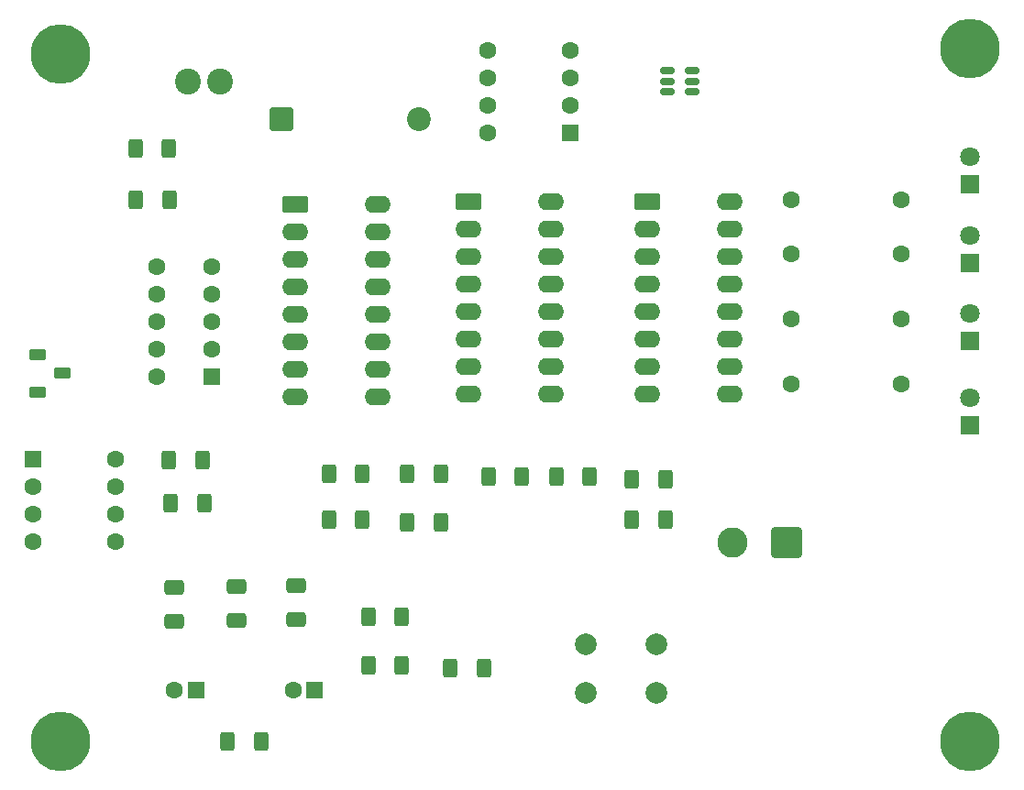
<source format=gbr>
%TF.GenerationSoftware,KiCad,Pcbnew,9.0.3*%
%TF.CreationDate,2025-12-16T09:58:50+01:00*%
%TF.ProjectId,PTP_Ivan_Brajkovic_Project1AAA,5054505f-4976-4616-9e5f-4272616a6b6f,rev?*%
%TF.SameCoordinates,Original*%
%TF.FileFunction,Soldermask,Top*%
%TF.FilePolarity,Negative*%
%FSLAX46Y46*%
G04 Gerber Fmt 4.6, Leading zero omitted, Abs format (unit mm)*
G04 Created by KiCad (PCBNEW 9.0.3) date 2025-12-16 09:58:50*
%MOMM*%
%LPD*%
G01*
G04 APERTURE LIST*
G04 Aperture macros list*
%AMRoundRect*
0 Rectangle with rounded corners*
0 $1 Rounding radius*
0 $2 $3 $4 $5 $6 $7 $8 $9 X,Y pos of 4 corners*
0 Add a 4 corners polygon primitive as box body*
4,1,4,$2,$3,$4,$5,$6,$7,$8,$9,$2,$3,0*
0 Add four circle primitives for the rounded corners*
1,1,$1+$1,$2,$3*
1,1,$1+$1,$4,$5*
1,1,$1+$1,$6,$7*
1,1,$1+$1,$8,$9*
0 Add four rect primitives between the rounded corners*
20,1,$1+$1,$2,$3,$4,$5,0*
20,1,$1+$1,$4,$5,$6,$7,0*
20,1,$1+$1,$6,$7,$8,$9,0*
20,1,$1+$1,$8,$9,$2,$3,0*%
G04 Aperture macros list end*
%ADD10RoundRect,0.250000X-0.400000X-0.625000X0.400000X-0.625000X0.400000X0.625000X-0.400000X0.625000X0*%
%ADD11RoundRect,0.250000X0.400000X0.625000X-0.400000X0.625000X-0.400000X-0.625000X0.400000X-0.625000X0*%
%ADD12RoundRect,0.250000X-0.950000X-0.550000X0.950000X-0.550000X0.950000X0.550000X-0.950000X0.550000X0*%
%ADD13O,2.400000X1.600000*%
%ADD14RoundRect,0.250000X0.550000X0.550000X-0.550000X0.550000X-0.550000X-0.550000X0.550000X-0.550000X0*%
%ADD15C,1.600000*%
%ADD16RoundRect,0.250000X-0.550000X0.250000X-0.550000X-0.250000X0.550000X-0.250000X0.550000X0.250000X0*%
%ADD17R,1.800000X1.800000*%
%ADD18C,1.800000*%
%ADD19C,2.000000*%
%ADD20RoundRect,0.150000X-0.512500X-0.150000X0.512500X-0.150000X0.512500X0.150000X-0.512500X0.150000X0*%
%ADD21RoundRect,0.250001X1.149999X1.149999X-1.149999X1.149999X-1.149999X-1.149999X1.149999X-1.149999X0*%
%ADD22C,2.800000*%
%ADD23RoundRect,0.250000X-0.550000X-0.550000X0.550000X-0.550000X0.550000X0.550000X-0.550000X0.550000X0*%
%ADD24C,5.500000*%
%ADD25RoundRect,0.249999X-0.850001X-0.850001X0.850001X-0.850001X0.850001X0.850001X-0.850001X0.850001X0*%
%ADD26C,2.200000*%
%ADD27RoundRect,0.250000X-0.650000X0.412500X-0.650000X-0.412500X0.650000X-0.412500X0.650000X0.412500X0*%
%ADD28R,1.600000X1.600000*%
%ADD29RoundRect,0.250000X0.650000X-0.412500X0.650000X0.412500X-0.650000X0.412500X-0.650000X-0.412500X0*%
%ADD30C,2.400000*%
G04 APERTURE END LIST*
D10*
%TO.C,R10*%
X146950000Y-78000000D03*
X150050000Y-78000000D03*
%TD*%
D11*
%TO.C,R5*%
X167850000Y-103250000D03*
X164750000Y-103250000D03*
%TD*%
D12*
%TO.C,U3*%
X194190000Y-78110000D03*
D13*
X194190000Y-80650000D03*
X194190000Y-83190000D03*
X194190000Y-85730000D03*
X194190000Y-88270000D03*
X194190000Y-90810000D03*
X194190000Y-93350000D03*
X194190000Y-95890000D03*
X201810000Y-95890000D03*
X201810000Y-93350000D03*
X201810000Y-90810000D03*
X201810000Y-88270000D03*
X201810000Y-85730000D03*
X201810000Y-83190000D03*
X201810000Y-80650000D03*
X201810000Y-78110000D03*
%TD*%
D14*
%TO.C,U1*%
X187055000Y-71810000D03*
D15*
X187055000Y-69270000D03*
X187055000Y-66730000D03*
X187055000Y-64190000D03*
X179435000Y-64190000D03*
X179435000Y-66730000D03*
X179435000Y-69270000D03*
X179435000Y-71810000D03*
%TD*%
D10*
%TO.C,R9*%
X146900000Y-73250000D03*
X150000000Y-73250000D03*
%TD*%
D11*
%TO.C,R18*%
X175100000Y-107750000D03*
X172000000Y-107750000D03*
%TD*%
D16*
%TO.C,SW2*%
X137850000Y-92250000D03*
X140150000Y-94000000D03*
X137850000Y-95750000D03*
%TD*%
D17*
%TO.C,D2*%
X224000000Y-83775000D03*
D18*
X224000000Y-81235000D03*
%TD*%
D11*
%TO.C,R16*%
X175100000Y-103250000D03*
X172000000Y-103250000D03*
%TD*%
D15*
%TO.C,R4*%
X217580000Y-95000000D03*
X207420000Y-95000000D03*
%TD*%
D11*
%TO.C,R15*%
X188850000Y-103500000D03*
X185750000Y-103500000D03*
%TD*%
D19*
%TO.C,SW1*%
X188500000Y-119000000D03*
X195000000Y-119000000D03*
X188500000Y-123500000D03*
X195000000Y-123500000D03*
%TD*%
D20*
%TO.C,U6*%
X196000000Y-66050000D03*
X196000000Y-67000000D03*
X196000000Y-67950000D03*
X198275000Y-67950000D03*
X198275000Y-67000000D03*
X198275000Y-66050000D03*
%TD*%
D10*
%TO.C,R12*%
X192750000Y-103750000D03*
X195850000Y-103750000D03*
%TD*%
D15*
%TO.C,R2*%
X217580000Y-83000000D03*
X207420000Y-83000000D03*
%TD*%
D17*
%TO.C,D3*%
X224000000Y-91000000D03*
D18*
X224000000Y-88460000D03*
%TD*%
D21*
%TO.C,J1*%
X207000000Y-109632500D03*
D22*
X202000000Y-109632500D03*
%TD*%
D11*
%TO.C,R6*%
X153100000Y-102000000D03*
X150000000Y-102000000D03*
%TD*%
D23*
%TO.C,U7*%
X137445000Y-101940000D03*
D15*
X137445000Y-104480000D03*
X137445000Y-107020000D03*
X137445000Y-109560000D03*
X145065000Y-109560000D03*
X145065000Y-107020000D03*
X145065000Y-104480000D03*
X145065000Y-101940000D03*
%TD*%
D24*
%TO.C,H3*%
X224000000Y-64000000D03*
%TD*%
D14*
%TO.C,C1*%
X163455113Y-123250000D03*
D15*
X161455113Y-123250000D03*
%TD*%
D11*
%TO.C,R20*%
X171500000Y-121000000D03*
X168400000Y-121000000D03*
%TD*%
D25*
%TO.C,D4*%
X160400000Y-70500000D03*
D26*
X173100000Y-70500000D03*
%TD*%
D27*
%TO.C,C3*%
X161750000Y-113625000D03*
X161750000Y-116750000D03*
%TD*%
D24*
%TO.C,H2*%
X140000000Y-128000000D03*
%TD*%
D12*
%TO.C,U2*%
X161690000Y-78360000D03*
D13*
X161690000Y-80900000D03*
X161690000Y-83440000D03*
X161690000Y-85980000D03*
X161690000Y-88520000D03*
X161690000Y-91060000D03*
X161690000Y-93600000D03*
X161690000Y-96140000D03*
X169310000Y-96140000D03*
X169310000Y-93600000D03*
X169310000Y-91060000D03*
X169310000Y-88520000D03*
X169310000Y-85980000D03*
X169310000Y-83440000D03*
X169310000Y-80900000D03*
X169310000Y-78360000D03*
%TD*%
D28*
%TO.C,U5*%
X153967500Y-94267500D03*
D15*
X153967500Y-91727500D03*
X153967500Y-89187500D03*
X153967500Y-86647500D03*
X153967500Y-84107500D03*
X148887500Y-84107500D03*
X148887500Y-86647500D03*
X148887500Y-89187500D03*
X148887500Y-91727500D03*
X148887500Y-94267500D03*
%TD*%
D29*
%TO.C,C5*%
X156250000Y-116812500D03*
X156250000Y-113687500D03*
%TD*%
D11*
%TO.C,R19*%
X179100000Y-121250000D03*
X176000000Y-121250000D03*
%TD*%
D15*
%TO.C,R1*%
X207420000Y-78000000D03*
X217580000Y-78000000D03*
%TD*%
D10*
%TO.C,R7*%
X155400000Y-128000000D03*
X158500000Y-128000000D03*
%TD*%
D11*
%TO.C,R8*%
X153250000Y-106000000D03*
X150150000Y-106000000D03*
%TD*%
D30*
%TO.C,L1*%
X151750000Y-67000000D03*
X154750000Y-67000000D03*
%TD*%
D24*
%TO.C,H1*%
X140000000Y-64500000D03*
%TD*%
D10*
%TO.C,R13*%
X168400000Y-116500000D03*
X171500000Y-116500000D03*
%TD*%
%TO.C,R11*%
X192750000Y-107500000D03*
X195850000Y-107500000D03*
%TD*%
D29*
%TO.C,C4*%
X150500000Y-116875000D03*
X150500000Y-113750000D03*
%TD*%
D14*
%TO.C,C2*%
X152500000Y-123250000D03*
D15*
X150500000Y-123250000D03*
%TD*%
D11*
%TO.C,R14*%
X167850000Y-107500000D03*
X164750000Y-107500000D03*
%TD*%
D17*
%TO.C,D1*%
X224000000Y-76540000D03*
D18*
X224000000Y-74000000D03*
%TD*%
D11*
%TO.C,R17*%
X182600000Y-103500000D03*
X179500000Y-103500000D03*
%TD*%
D17*
%TO.C,D5*%
X224000000Y-98775000D03*
D18*
X224000000Y-96235000D03*
%TD*%
D15*
%TO.C,R3*%
X217580000Y-89000000D03*
X207420000Y-89000000D03*
%TD*%
D24*
%TO.C,H4*%
X224000000Y-128000000D03*
%TD*%
D12*
%TO.C,U4*%
X177690000Y-78110000D03*
D13*
X177690000Y-80650000D03*
X177690000Y-83190000D03*
X177690000Y-85730000D03*
X177690000Y-88270000D03*
X177690000Y-90810000D03*
X177690000Y-93350000D03*
X177690000Y-95890000D03*
X185310000Y-95890000D03*
X185310000Y-93350000D03*
X185310000Y-90810000D03*
X185310000Y-88270000D03*
X185310000Y-85730000D03*
X185310000Y-83190000D03*
X185310000Y-80650000D03*
X185310000Y-78110000D03*
%TD*%
M02*

</source>
